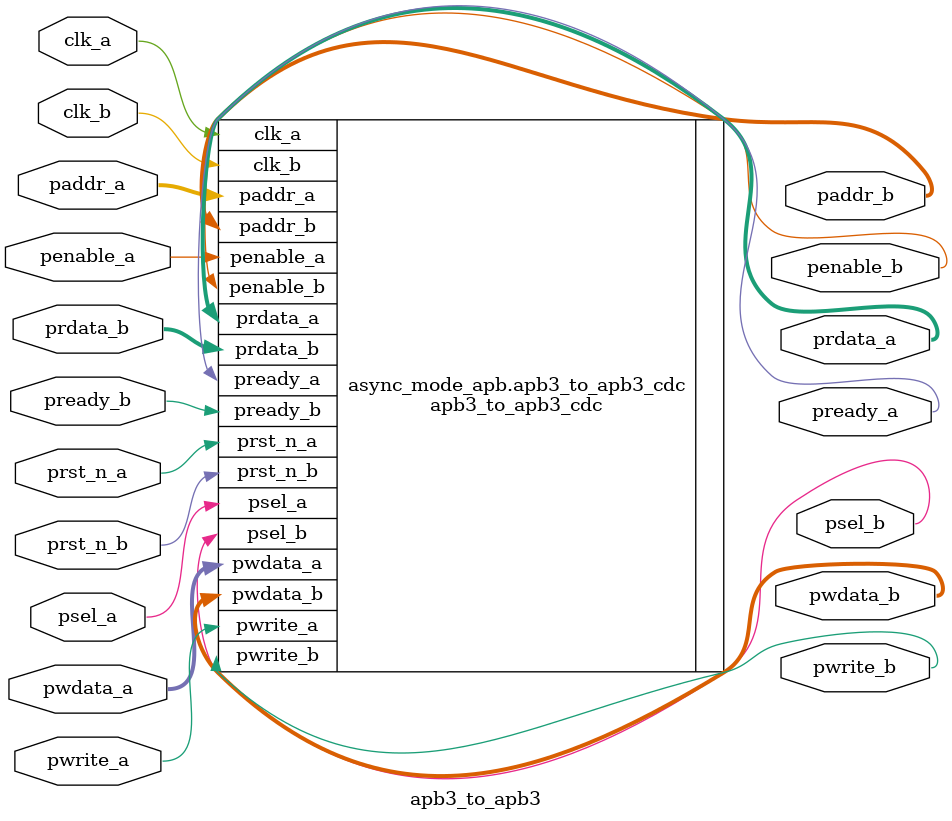
<source format=v>

module apb3_to_apb3
#(
	parameter A_WIDTH    = 32,
	parameter RD_WIDTH   = 32,
	parameter WD_WIDTH   = 32,
	parameter ACK_WIDTH  = 3,
	parameter REQ_WIDTH  = 3,
	parameter SYNC_MODE  = 0
)
(
	input						clk_a,
	input						prst_n_a,
	input						penable_a,
	input						pwrite_a,
	input						psel_a,
	input[A_WIDTH-1:0]       			paddr_a,

	output[RD_WIDTH-1:0]	                	prdata_a,
	input[WD_WIDTH-1:0]		        	pwdata_a,
	output						pready_a,
	
	input						clk_b,
	input						prst_n_b,
	output						penable_b,
	output						pwrite_b,
	output						psel_b,
	output[A_WIDTH-1:0]			        paddr_b,

	input[RD_WIDTH-1:0]       			prdata_b,
	output[WD_WIDTH-1:0]	                 	pwdata_b,
	input						pready_b

);

// synopsys template

generate
if( SYNC_MODE == 1)
begin : sync_mode_apb
	assign	penable_b	= penable_a;
	assign	pwrite_b	= pwrite_a;
	assign	psel_b		= psel_a;
	assign	paddr_b		= paddr_a;
	assign	prdata_a	= prdata_b;
	assign	pwdata_b	= pwdata_a;
	assign	pready_a	= pready_b;
end
else
begin : async_mode_apb
apb3_to_apb3_cdc
#(
	.A_WIDTH		(A_WIDTH),
	.RD_WIDTH		(RD_WIDTH),
	.WD_WIDTH		(WD_WIDTH),
	.ACK_WIDTH		(ACK_WIDTH),
	.REQ_WIDTH		(REQ_WIDTH)
)
apb3_to_apb3_cdc
(
	.clk_a			(clk_a		),
	.prst_n_a		(prst_n_a	),
	.penable_a		(penable_a	),
	.pwrite_a		(pwrite_a	),
	.psel_a			(psel_a		),
	.paddr_a		(paddr_a	),

	.prdata_a		(prdata_a	),
	.pwdata_a		(pwdata_a	),
	.pready_a		(pready_a	),
	
	.clk_b			(clk_b		),
	.prst_n_b		(prst_n_b	),
	.penable_b		(penable_b	),
	.pwrite_b		(pwrite_b	),
	.psel_b			(psel_b		),
	.paddr_b		(paddr_b	),

	.prdata_b		(prdata_b	),
	.pwdata_b		(pwdata_b	),
	.pready_b		(pready_b	)

);
end
endgenerate


endmodule

</source>
